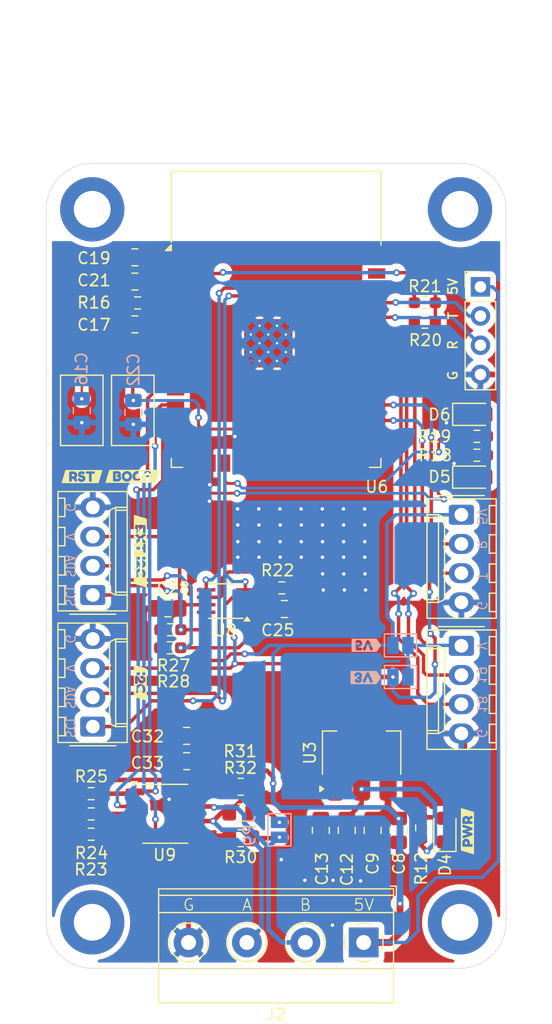
<source format=kicad_pcb>
(kicad_pcb (version 20240108) (generator "pcbnew") (generator_version "8.0")
  (layers (0 "F.Cu" signal) (31 "B.Cu" signal) (34 "B.Paste" user) (35 "F.Paste" user) (36 "B.SilkS" user "B.Silkscreen") (37 "F.SilkS" user "F.Silkscreen") (38 "B.Mask" user) (39 "F.Mask" user) (44 "Edge.Cuts" user))
  (net 0 "")
  (net 1 "GND")
  (net 2 "+5V")
  (net 3 "+3.3V")
  (net 4 "ESP_EN")
  (net 5 "ESP_I0")
  (net 6 "Net-(D4-A)")
  (net 7 "Net-(D5-A)")
  (net 8 "Net-(D6-A)")
  (net 9 "EXT_SDA")
  (net 10 "EXT_SCL")
  (net 11 "MASTER_MODBUS_A")
  (net 12 "MASTER_MODBUS_B")
  (net 13 "UART_2_RX")
  (net 14 "UART_2_TX")
  (net 15 "IO_18")
  (net 16 "IO_19")
  (net 17 "Net-(J6-Pin_1)")
  (net 18 "ESP32_SDA")
  (net 19 "ESP32_SCL")
  (net 20 "ESP_RX")
  (net 21 "ESP_TX")
  (net 22 "Net-(JP9-A)")
  (net 23 "Net-(U6-IO12)")
  (net 24 "Net-(U6-IO13)")
  (net 25 "Net-(U8-OE)")
  (net 26 "MODBUS_DI")
  (net 27 "MODBUS_EN")
  (net 28 "MODBUS_RO")
  (footprint "Package_TO_SOT_SMD:SOT-223-3_TabPin2" (layer "F.Cu") (at 27.44 51.275 90)
    (property "Reference" "U3")
    (property "Value" "AMS1117-3.3")
  )
  (footprint "kibuzzard-6780288E" (layer "F.Cu") (at 36.65 58.08 90)
    (property "Reference" "kibuzzard-6780288E" (hide yes))
    (property "Value" "G***" (hide yes))
  )
  (footprint "Capacitor_SMD:C_0805_2012Metric_Pad1.18x1.45mm_HandSolder" (layer "F.Cu") (at 26.147 58.0125 -90)
    (property "Reference" "C12")
    (property "Value" "10uF")
  )
  (footprint "Resistor_SMD:R_0603_1608Metric_Pad0.98x0.95mm_HandSolder" (layer "F.Cu") (at 3.9075 56.5775 180)
    (property "Reference" "R24")
    (property "Value" "1K")
  )
  (footprint "Resistor_SMD:R_0603_1608Metric_Pad0.98x0.95mm_HandSolder" (layer "F.Cu") (at 37.47 25.381666)
    (property "Reference" "R18")
    (property "Value" "1K")
  )
  (footprint "Connector_Molex:Molex_KK-254_AE-6410-04A_1x04_P2.54mm_Vertical" (layer "F.Cu") (at 4.05 37.54 90)
    (property "Reference" "J1" (hide yes))
    (property "Value" "SHT20")
  )
  (footprint "Resistor_SMD:R_0603_1608Metric_Pad0.98x0.95mm_HandSolder" (layer "F.Cu") (at 7.945 12.141666)
    (property "Reference" "R16")
    (property "Value" "1K")
  )
  (footprint "kibuzzard-67802A79" (layer "F.Cu") (at 8.186781 45.17 -90)
    (property "Reference" "kibuzzard-67802A79" (hide yes))
    (property "Value" "G***" (hide yes))
  )
  (footprint "Capacitor_SMD:C_0805_2012Metric_Pad1.18x1.45mm_HandSolder" (layer "F.Cu") (at 28.404 58.0125 -90)
    (property "Reference" "C9")
    (property "Value" "10uF")
  )
  (footprint "Resistor_SMD:R_0603_1608Metric_Pad0.98x0.95mm_HandSolder" (layer "F.Cu") (at 32.94 12.12)
    (property "Reference" "R21")
    (property "Value" "4.7K")
  )
  (footprint "Capacitor_SMD:C_0805_2012Metric_Pad1.18x1.45mm_HandSolder" (layer "F.Cu") (at 23.89 58.0125 -90)
    (property "Reference" "C13")
    (property "Value" "100nF")
  )
  (footprint "Capacitor_SMD:C_0805_2012Metric_Pad1.18x1.45mm_HandSolder" (layer "F.Cu") (at 10.5725 38.7)
    (property "Reference" "C28")
    (property "Value" "100nF")
  )
  (footprint "MountingHole:MountingHole_3.2mm_M3_DIN965_Pad_TopBottom" (layer "F.Cu") (at 36 66)
    (property "Reference" "REF**" (hide yes))
    (property "Value" "MountingHole_3.2mm_M3_DIN965_Pad_TopBottom" (hide yes))
  )
  (footprint "Connector_Molex:Molex_KK-254_AE-6410-04A_1x04_P2.54mm_Vertical" (layer "F.Cu") (at 4.05 48.98 90)
    (property "Reference" "J7" (hide yes))
    (property "Value" "SHT20")
  )
  (footprint "Package_SO:SOP-8_3.9x4.9mm_P1.27mm" (layer "F.Cu") (at 10.3575 56.565)
    (property "Reference" "U9")
    (property "Value" "MAX485E")
  )
  (footprint "Resistor_SMD:R_0603_1608Metric_Pad0.98x0.95mm_HandSolder" (layer "F.Cu") (at 10.7825 42.13 180)
    (property "Reference" "R28")
    (property "Value" "4.7K")
  )
  (footprint "RF_Module:ESP32-WROOM-32" (layer "F.Cu") (at 20 16.56)
    (property "Reference" "U6")
    (property "Value" "ESP32-WROOM-32")
  )
  (footprint "Resistor_SMD:R_0603_1608Metric_Pad0.98x0.95mm_HandSolder" (layer "F.Cu") (at 32.94 13.81)
    (property "Reference" "R20")
    (property "Value" "4.7K")
  )
  (footprint "Resistor_SMD:R_0805_2012Metric_Pad1.20x1.40mm_HandSolder" (layer "F.Cu") (at 16.92 56.4525)
    (property "Reference" "R32")
    (property "Value" "120")
  )
  (footprint "Resistor_SMD:R_0805_2012Metric_Pad1.20x1.40mm_HandSolder" (layer "F.Cu") (at 16.92 58.69 180)
    (property "Reference" "R30")
    (property "Value" "20K")
  )
  (footprint "Capacitor_SMD:C_0805_2012Metric_Pad1.18x1.45mm_HandSolder" (layer "F.Cu") (at 30.661 58.0125 -90)
    (property "Reference" "C8")
    (property "Value" "100nF")
  )
  (footprint "Package_SO:SSOP-8_2.95x2.8mm_P0.65mm" (layer "F.Cu") (at 15.62 38.065 180)
    (property "Reference" "U8")
    (property "Value" "TXS0102DCT")
  )
  (footprint "LED_SMD:LED_0805_2012Metric_Pad1.15x1.40mm_HandSolder" (layer "F.Cu") (at 34.69 57.9825 90)
    (property "Reference" "D4")
    (property "Value" "LED")
  )
  (footprint "Resistor_SMD:R_0805_2012Metric_Pad1.20x1.40mm_HandSolder" (layer "F.Cu") (at 16.92 54.215)
    (property "Reference" "R31")
    (property "Value" "20K")
  )
  (footprint "kibuzzard-67802794" (layer "F.Cu") (at 7.51 27.22)
    (property "Reference" "kibuzzard-67802794" (hide yes))
    (property "Value" "G***" (hide yes))
  )
  (footprint "Connector_PinHeader_2.54mm:PinHeader_1x04_P2.54mm_Vertical" (layer "F.Cu") (at 37.78 10.74)
    (property "Reference" "J8" (hide yes))
    (property "Value" "~")
  )
  (footprint "Capacitor_SMD:C_0805_2012Metric_Pad1.18x1.45mm_HandSolder" (layer "F.Cu") (at 12.21 49.79 180)
    (property "Reference" "C33")
    (property "Value" "100nF")
  )
  (footprint "Button_Switch_SMD:SW_SPST_CK_RS282G05A3" (layer "F.Cu") (at 3.09 21.48 90)
    (property "Reference" "SW2" (hide yes))
    (property "Value" "SW_Push")
  )
  (footprint "LED_SMD:LED_0805_2012Metric_Pad1.15x1.40mm_HandSolder" (layer "F.Cu") (at 37.225 21.83)
    (property "Reference" "D6")
    (property "Value" "LED")
  )
  (footprint "Capacitor_SMD:C_0805_2012Metric_Pad1.18x1.45mm_HandSolder" (layer "F.Cu") (at 7.715 10.283333 180)
    (property "Reference" "C21")
    (property "Value" "100nF")
  )
  (footprint "Button_Switch_SMD:SW_SPST_CK_RS282G05A3" (layer "F.Cu") (at 7.53 21.48 -90)
    (property "Reference" "SW3" (hide yes))
    (property "Value" "SW_Push")
  )
  (footprint "Resistor_SMD:R_0603_1608Metric_Pad0.98x0.95mm_HandSolder" (layer "F.Cu") (at 32.668 57.7825 90)
    (property "Reference" "R12")
    (property "Value" "1K")
  )
  (footprint "Resistor_SMD:R_0603_1608Metric_Pad0.98x0.95mm_HandSolder" (layer "F.Cu") (at 20.4925 36.92)
    (property "Reference" "R22")
    (property "Value" "10K")
  )
  (footprint "Resistor_SMD:R_0603_1608Metric_Pad0.98x0.95mm_HandSolder" (layer "F.Cu") (at 3.9075 58.34 180)
    (property "Reference" "R23")
    (property "Value" "1K")
  )
  (footprint "TerminalBlock_Phoenix:TerminalBlock_Phoenix_MKDS-1,5-4-5.08_1x04_P5.08mm_Horizontal" (layer "F.Cu") (at 27.62 67.755 180)
    (property "Reference" "J2")
    (property "Value" "Power")
  )
  (footprint "kibuzzard-6780279B" (layer "F.Cu") (at 3.11 27.24)
    (property "Reference" "kibuzzard-6780279B" (hide yes))
    (property "Value" "G***" (hide yes))
  )
  (footprint "LED_SMD:LED_0805_2012Metric_Pad1.15x1.40mm_HandSolder" (layer "F.Cu") (at 37.225 27.29)
    (property "Reference" "D5")
    (property "Value" "LED")
  )
  (footprint "MountingHole:MountingHole_3.2mm_M3_DIN965_Pad_TopBottom" (layer "F.Cu") (at 4 66)
    (property "Reference" "REF**" (hide yes))
    (property "Value" "MountingHole_3.2mm_M3_DIN965_Pad_TopBottom" (hide yes))
  )
  (footprint "MountingHole:MountingHole_3.2mm_M3_DIN965_Pad_TopBottom" (layer "F.Cu") (at 36 4)
    (property "Reference" "REF**" (hide yes))
    (property "Value" "MountingHole_3.2mm_M3_DIN965_Pad_TopBottom" (hide yes))
  )
  (footprint "Resistor_SMD:R_0603_1608Metric_Pad0.98x0.95mm_HandSolder" (layer "F.Cu") (at 37.47 23.738333)
    (property "Reference" "R19")
    (property "Value" "1K")
  )
  (footprint "Resistor_SMD:R_0603_1608Metric_Pad0.98x0.95mm_HandSolder" (layer "F.Cu") (at 3.9075 54.815 180)
    (property "Reference" "R25")
    (property "Value" "1K")
  )
  (footprint "MountingHole:MountingHole_3.2mm_M3_DIN965_Pad_TopBottom" (layer "F.Cu") (at 4 4)
    (property "Reference" "REF**" (hide yes))
    (property "Value" "MountingHole_3.2mm_M3_DIN965_Pad_TopBottom" (hide yes))
  )
  (footprint "Capacitor_SMD:C_0805_2012Metric_Pad1.18x1.45mm_HandSolder" (layer "F.Cu") (at 7.715 14)
    (property "Reference" "C17")
    (property "Value" "100nF")
  )
  (footprint "Connector_Molex:Molex_KK-254_AE-6410-04A_1x04_P2.54mm_Vertical" (layer "F.Cu") (at 36.12 30.56 -90)
    (property "Reference" "J4" (hide yes))
    (property "Value" "~")
  )
  (footprint "kibuzzard-67802AA5" (layer "F.Cu") (at 8.19 33.73 -90)
    (property "Reference" "kibuzzard-67802AA5" (hide yes))
    (property "Value" "G***" (hide yes))
  )
  (footprint "Capacitor_SMD:C_0805_2012Metric_Pad1.18x1.45mm_HandSolder" (layer "F.Cu") (at 7.715 8.175 180)
    (property "Reference" "C19")
    (property "Value" "10uF")
  )
  (footprint "Capacitor_SMD:C_0805_2012Metric_Pad1.18x1.45mm_HandSolder" (layer "F.Cu") (at 12.22 51.99)
    (property "Reference" "C32")
    (property "Value" "10uF")
  )
  (footprint "Capacitor_SMD:C_0805_2012Metric_Pad1.18x1.45mm_HandSolder" (layer "F.Cu") (at 20.72 38.76 180)
    (property "Reference" "C25")
    (property "Value" "100nF")
  )
  (footprint "Resistor_SMD:R_0603_1608Metric_Pad0.98x0.95mm_HandSolder" (layer "F.Cu") (at 10.8025 40.56 180)
    (property "Reference" "R27")
    (property "Value" "4.7K")
  )
  (footprint "Connector_Molex:Molex_KK-254_AE-6410-04A_1x04_P2.54mm_Vertical" (layer "F.Cu") (at 36.12 41.96 -90)
    (property "Reference" "J6" (hide yes))
    (property "Value" "Power")
  )
  (footprint "Capacitor_SMD:C_0805_2012Metric_Pad1.18x1.45mm_HandSolder" (layer "B.Cu") (at 7.58 21.6575 -90)
    (property "Reference" "C22")
    (property "Value" "100nF")
  )
  (footprint "Jumper:SolderJumper-2_P1.3mm_Open_Pad1.0x1.5mm" (layer "B.Cu") (at 30.82 44.67 180)
    (property "Reference" "JP6" (hide yes))
    (property "Value" "SolderJumper_2_Open")
  )
  (footprint "Capacitor_SMD:C_0805_2012Metric_Pad1.18x1.45mm_HandSolder" (layer "B.Cu") (at 3.09 21.51 90)
    (property "Reference" "C16")
    (property "Value" "100nF")
  )
  (footprint "Jumper:SolderJumper-2_P1.3mm_Open_Pad1.0x1.5mm" (layer "B.Cu") (at 30.82 41.92 180)
    (property "Reference" "JP5" (hide yes))
    (property "Value" "SolderJumper_2_Open")
  )
  (footprint "kibuzzard-67802807" (layer "B.Cu") (at 27.8 44.72)
    (property "Reference" "kibuzzard-67802807" (hide yes))
    (property "Value" "G***" (hide yes))
  )
  (footprint "kibuzzard-678027F6" (layer "B.Cu") (at 27.85 41.91)
    (property "Reference" "kibuzzard-678027F6" (hide yes))
    (property "Value" "G***" (hide yes))
  )
  (footprint "Jumper:SolderJumper-2_P1.3mm_Open_Pad1.0x1.5mm" (layer "B.Cu") (at 20.29 57.96 -90)
    (property "Reference" "JP9")
    (property "Value" "SolderJumper_2_Open")
  )
  (gr_line (start 4 70) (end 36 70) (stroke (width 0.05)) (layer "Edge.Cuts"))
  (gr_arc (start 40 66) (mid 38.828427 68.828427) (end 36 70) (stroke (width 0.05)) (layer "Edge.Cuts"))
  (gr_arc (start 0 4) (mid 1.171573 1.171573) (end 4 0) (stroke (width 0.05)) (layer "Edge.Cuts"))
  (gr_line (start 36 0) (end 4 0) (stroke (width 0.05)) (layer "Edge.Cuts"))
  (gr_line (start 0 4) (end 0 66) (stroke (width 0.05)) (layer "Edge.Cuts"))
  (gr_arc (start 36 0) (mid 38.828427 1.171573) (end 40 4) (stroke (width 0.05)) (layer "Edge.Cuts"))
  (gr_line (start 40 66) (end 40 4) (stroke (width 0.05)) (layer "Edge.Cuts"))
  (gr_arc (start 4 70) (mid 1.171573 68.828427) (end 0 66) (stroke (width 0.05)) (layer "Edge.Cuts"))
  (gr_text "R" (at 37.41 33.640952 -90) (layer "B.SilkS") (effects (font (size 0.8 0.8) (thickness 0.1)) (justify left bottom mirror)))
  (gr_text "G" (at 37.44 50.05 -90) (layer "B.SilkS") (effects (font (size 0.8 0.8) (thickness 0.1)) (justify left bottom mirror)))
  (gr_text "SCL" (at 1.62 50.026667 270) (layer "B.SilkS") (effects (font (size 0.8 0.7) (thickness 0.1)) (justify left bottom mirror)))
  (gr_text "V" (at 1.59 32.88619 270) (layer "B.SilkS") (effects (font (size 0.8 0.8) (thickness 0.1)) (justify left bottom mirror)))
  (gr_text "SCL" (at 1.62 38.6 270) (layer "B.SilkS") (effects (font (size 0.8 0.7) (thickness 0.1)) (justify left bottom mirror)))
  (gr_text "G" (at 1.61 41.83 270) (layer "B.SilkS") (effects (font (size 0.8 0.8) (thickness 0.1)) (justify left bottom mirror)))
  (gr_text "G" (at 37.44 38.93619 -90) (layer "B.SilkS") (effects (font (size 0.8 0.8) (thickness 0.1)) (justify left bottom mirror)))
  (gr_text "19" (at 37.41 45.331905 270) (layer "B.SilkS") (effects (font (size 0.8 0.8) (thickness 0.1)) (justify left bottom mirror)))
  (gr_text "G" (at 1.61 30.403333 270) (layer "B.SilkS") (effects (font (size 0.8 0.8) (thickness 0.1)) (justify left bottom mirror)))
  (gr_text "SDA" (at 1.62 47.503334 270) (layer "B.SilkS") (effects (font (size 0.8 0.7) (thickness 0.1)) (justify left bottom mirror)))
  (gr_text "T" (at 37.44 36.27619 -90) (layer "B.SilkS") (effects (font (size 0.8 0.8) (thickness 0.1)) (justify left bottom mirror)))
  (gr_text "V" (at 1.59 44.312857 270) (layer "B.SilkS") (effects (font (size 0.8 0.8) (thickness 0.1)) (justify left bottom mirror)))
  (gr_text "18" (at 37.44 47.871905 270) (layer "B.SilkS") (effects (font (size 0.8 0.8) (thickness 0.1)) (justify left bottom mirror)))
  (gr_text "V" (at 37.43 42.372857 270) (layer "B.SilkS") (effects (font (size 0.8 0.8) (thickness 0.1)) (justify left bottom mirror)))
  (gr_text "SDA" (at 1.62 36.076667 270) (layer "B.SilkS") (effects (font (size 0.8 0.7) (thickness 0.1)) (justify left bottom mirror)))
  (gr_text "5V" (at 37.43 31.52 -90) (layer "B.SilkS") (effects (font (size 0.8 0.8) (thickness 0.1)) (justify left bottom mirror)))
  (gr_text "B" (at 21.99 65.07 0) (layer "F.SilkS") (effects (font (size 1 1) (thickness 0.1)) (justify left bottom)))
  (gr_text "A" (at 16.981429 65.07 0) (layer "F.SilkS") (effects (font (size 1 1) (thickness 0.1)) (justify left bottom)))
  (gr_text "G" (at 11.83 65.07 0) (layer "F.SilkS") (effects (font (size 1 1) (thickness 0.1)) (justify left bottom)))
  (gr_text "5V" (at 35.85 11.53381 90) (layer "F.SilkS") (effects (font (size 0.8 0.8) (thickness 0.15) (bold yes)) (justify left bottom)))
  (gr_text "R" (at 35.84 16.29 90) (layer "F.SilkS") (effects (font (size 0.8 0.8) (thickness 0.15) (bold yes)) (justify left bottom)))
  (gr_text "5V" (at 26.665238 65.07 0) (layer "F.SilkS") (effects (font (size 1 1) (thickness 0.1)) (justify left bottom)))
  (gr_text "G" (at 35.84 18.95 90) (layer "F.SilkS") (effects (font (size 0.8 0.8) (thickness 0.15) (bold yes)) (justify left bottom)))
  (gr_text "T" (at 35.87 13.654762 90) (layer "F.SilkS") (effects (font (size 0.8 0.8) (thickness 0.15) (bold yes)) (justify left bottom)))
  (segment (start 2.93 52.63) (end 9.8 52.63) (width 0.3) (layer "F.Cu") (net 1))
  (segment (start 34.69 59.0075) (end 34.69 59.64) (width 0.4) (layer "F.Cu") (net 1))
  (segment (start 14.22 27.95) (end 14.22 26.14) (width 0.3) (layer "F.Cu") (net 1))
  (segment (start 34.82 22.08) (end 35.07 21.83) (width 0.25) (layer "F.Cu") (net 1))
  (segment (start 18.61 39.81) (end 18.93 40.13) (width 0.3) (layer "F.Cu") (net 1))
  (segment (start 5.79 13.74) (end 6.05 14) (width 0.2) (layer "F.Cu") (net 1))
  (segment (start 9.8 52.35) (end 10.25 51.9) (width 0.4) (layer "F.Cu") (net 1))
  (segment (start 34.69 59.0075) (end 35.9425 59.0075) (width 0.4) (layer "F.Cu") (net 1))
  (segment (start 12.38 65.5) (end 15.92 61.96) (width 0.4) (layer "F.Cu") (net 1))
  (segment (start 4.05 41.36) (end 2.64 41.36) (width 0.3) (layer "F.Cu") (net 1))
  (segment (start 12.157501 58.47) (end 12.9825 58.47) (width 0.4) (layer "F.Cu") (net 1))
  (segment (start 18.42 38.39) (end 18.61 38.58) (width 0.3) (layer "F.Cu") (net 1))
  (segment (start 6.05 14) (end 6.6775 14) (width 0.2) (layer "F.Cu") (net 1))
  (segment (start 25.14 54.425) (end 22.945 54.425) (width 0.4) (layer "F.Cu") (net 1))
  (segment (start 6.6775 8.175) (end 6.6775 7.4725) (width 0.2) (layer "F.Cu") (net 1))
  (segment (start 5.79 10.54) (end 5.79 13.74) (width 0.2) (layer "F.Cu") (net 1))
  (segment (start 7.1 7.05) (end 10.74 7.05) (width 0.2) (layer "F.Cu") (net 1))
  (segment (start 2.62 29.92) (end 1.96 30.58) (width 0.3) (layer "F.Cu") (net 1))
  (segment (start 35.32 9.13) (end 35.32 17.74) (width 0.25) (layer "F.Cu") (net 1))
  (segment (start 7.53 25.38) (end 7.53 22.745) (width 0.3) (layer "F.Cu") (net 1))
  (segment (start 10.69 57.002499) (end 12.157501 58.47) (width 0.4) (layer "F.Cu") (net 1))
  (segment (start 11.1725 49.79) (end 11.1725 51.98) (width 0.4) (layer "F.Cu") (net 1))
  (segment (start 23.54 38.18) (end 22.96 38.76) (width 0.3) (layer "F.Cu") (net 1))
  (segment (start 18.61 38.58) (end 18.61 39.81) (width 0.3) (layer "F.Cu") (net 1))
  (segment (start 17.32 38.39) (end 18.42 38.39) (width 0.3) (layer "F.Cu") (net 1))
  (segment (start 15.61 23.75) (end 16.41 23.75) (width 0.25) (layer "F.Cu") (net 1))
  (segment (start 35.94 18.36) (end 37.78 18.36) (width 0.25) (layer "F.Cu") (net 1))
  (segment (start 1.96 40.65) (end 2.67 41.36) (width 0.3) (layer "F.Cu") (net 1))
  (segment (start 3.09 22.5475) (end 3.09 21.79) (width 0.3) (layer "F.Cu") (net 1))
  (segment (start 15.92 61.96) (end 15.92 58.69) (width 0.4) (layer "F.Cu") (net 1))
  (segment (start 8.61 39) (end 8.61 41) (width 0.3) (layer "F.Cu") (net 1))
  (segment (start 23.89 59.05) (end 20.98 61.96) (width 0.4) (layer "F.Cu") (net 1))
  (segment (start 11.1725 51.98) (end 11.1825 51.99) (width 0.4) (layer "F.Cu") (net 1))
  (segment (start 8.25 41.36) (end 4.05 41.36) (width 0.3) (layer "F.Cu") (net 1))
  (segment (start 2.35 25.38) (end 3.09 25.38) (width 0.3) (layer "F.Cu") (net 1))
  (segment (start 9.535 38.7) (end 8.91 38.7) (width 0.3) (layer "F.Cu") (net 1))
  (segment (start 9.8 52.63) (end 9.8 52.35) (width 0.4) (layer "F.Cu") (net 1))
  (segment (start 36.42 58.53) (end 36.42 49.88) (width 0.4) (layer "F.Cu") (net 1))
  (segment (start 37.46 38.18) (end 36.12 38.18) (width 0.4) (layer "F.Cu") (net 1))
  (segment (start 10.69 55.31) (end 10.69 57.002499) (width 0.4) (layer "F.Cu") (net 1))
  (segment (start 35.32 17.74) (end 35.94 18.36) (width 0.25) (layer "F.Cu") (net 1))
  (segment (start 22.945 54.425) (end 22.31 55.06) (width 0.4) (layer "F.Cu") (net 1))
  (segment (start 20.98 61.96) (end 15.92 61.96) (width 0.4) (layer "F.Cu") (net 1))
  (segment (start 2.47 15.24) (end 6.25 15.24) (width 0.3) (layer "F.Cu") (net 1))
  (segment (start 33.68 60.65) (end 31.62 60.65) (width 0.4) (layer "F.Cu") (net 1))
  (segment (start 1.96 42.04) (end 1.96 51.66) (width 0.3) (layer "F.Cu") (net 1))
  (segment (start 28.75 8.31) (end 34.5 8.31) (width 0.25) (layer "F.Cu") (net 1))
  (segment (start 1.96 25.77) (end 2.35 25.38) (width 0.3) (layer "F.Cu") (net 1))
  (segment (start 36.12 38.18) (end 23.54 38.18) (width 0.3) (layer "F.Cu") (net 1))
  (segment (start 14.29 26.07) (end 14.29 25.07) (width 0.25) (layer "F.Cu") (net 1))
  (segment (start 2.64 41.36) (end 1.96 42.04) (width 0.3) (layer "F.Cu") (net 1))
  (segment (start 22.31 55.06) (end 22.31 58.53) (width 0.4) (layer "F.Cu") (net 1))
  (segment (start 7.53 22.745) (end 7.58 22.695) (width 0.3) (layer "F.Cu") (net 1))
  (segment (start 6.25 15.24) (end 6.6775 14.8125) (width 0.3) (layer "F.Cu") (net 1))
  (segment (start 34.69 59.64) (end 33.68 60.65) (width 0.4) (layer "F.Cu") (net 1))
  (segment (start 34.5 8.31) (end 35.32 9.13) (width 0.25) (layer "F.Cu") (net 1))
  (segment (start 35.49 26.97) (end 35.49 26.1) (width 0.25) (layer "F.Cu") (net 1))
  (segment (start 11.0925 51.9) (end 11.1825 51.99) (width 0.4) (layer "F.Cu") (net 1))
  (segment (start 1.96 30.58) (end 1.96 40.65) (width 0.3) (layer "F.Cu") (net 1))
  (segment (start 37.78 19.4) (end 36.2 20.98) (width 0.25) (layer "F.Cu") (net 1))
  (segment (start 12.38 67.755) (end 12.38 65.5) (width 0.4) (layer "F.Cu") (net 1))
  (segment (start 22.83 59.05) (end 23.89 59.05) (width 0.4) (layer "F.Cu") (net 1))
  (segment (start 31.62 60.65) (end 30.661 59.691) (width 0.4) (layer "F.Cu") (net 1))
  (segment (start 38.02 49.02) (end 38.02 38.74) (width 0.4) (layer "F.Cu") (net 1))
  (segment (start 35.9425 59.0075) (end 36.42 58.53) (width 0.4) (layer "F.Cu") (net 1))
  (segment (start 6.6775 7.4725) (end 7.1 7.05) (width 0.2) (layer "F.Cu") (net 1))
  (segment (start 37.46 49.58) (end 38.02 49.02) (width 0.4) (layer "F.Cu") (net 1))
  (segment (start 10.25 51.9) (end 11.0925 51.9) (width 0.4) (layer "F.Cu") (net 1))
  (segment (start 34.82 22.56) (end 34.82 22.08) (width 0.25) (layer "F.Cu") (net 1))
  (segment (start 2.67 41.36) (end 4.05 41.36) (width 0.3) (layer "F.Cu") (net 1))
  (segment (start 15.92 58.69) (end 15.7 58.47) (width 0.4) (layer "F.Cu") (net 1))
  (segment (start 36.2 27.29) (end 35.81 27.29) (width 0.25) (layer "F.Cu") (net 1))
  (segment (start 3.09 25.38) (end 3.09 22.5475) (width 0.3) (layer "F.Cu") (net 1))
  (segment (start 6.6775 14.8125) (end 6.6775 14) (width 0.3) (layer "F.Cu") (net 1))
  (segment (start 8.61 41) (end 8.25 41.36) (width 0.3) (layer "F.Cu") (net 1))
  (segment (start 30.661 59.691) (end 30.661 59.05) (width 0.4) (layer "F.Cu") (net 1))
  (segment (start 18.93 40.13) (end 21.46 40.13) (width 0.3) (layer "F.Cu") (net 1))
  (segment (start 22.96 38.76) (end 21.7575 38.76) (width 0.3) (layer "F.Cu") (net 1))
  (segment (start 15.7 58.47) (end 12.9825 58.47) (width 0.4) (layer "F.Cu") (net 1))
  (segment (start 3.09 21.79) (end 1.75 20.45) (width 0.3) (layer "F.Cu") (net 1))
  (segment (start 1.96 51.66) (end 2.93 52.63) (width 0.3) (layer "F.Cu") (net 1))
  (segment (start 35.81 27.29) (end 35.49 26.97) (width 0.25) (layer "F.Cu") (net 1))
  (segment (start 36.42 49.88) (end 36.12 49.58) (width 0.4) (layer "F.Cu") (net 1))
  (segment (start 8.91 38.7) (end 8.61 39) (width 0.3) (layer "F.Cu") (net 1))
  (segment (start 1.75 15.96) (end 2.47 15.24) (width 0.3) (layer "F.Cu") (net 1))
  (segment (start 6.046667 10.283333) (end 5.79 10.54) (width 0.2) (layer "F.Cu") (net 1))
  (segment (start 22.31 58.53) (end 22.83 59.05) (width 0.4) (layer "F.Cu") (net 1))
  (segment (start 11.25 7.56) (end 11.25 8.31) (width 0.2) (layer "F.Cu") (net 1))
  (segment (start 10.74 7.05) (end 11.25 7.56) (width 0.2) (layer "F.Cu") (net 1))
  (segment (start 35.07 21.83) (end 36.2 21.83) (width 0.25) (layer "F.Cu") (net 1))
  (segment (start 37.78 18.36) (end 37.78 19.4) (width 0.25) (layer "F.Cu") (net 1))
  (segment (start 36.12 49.58) (end 37.46 49.58) (width 0.4) (layer "F.Cu") (net 1))
  (segment (start 21.7575 39.8325) (end 21.7575 38.76) (width 0.3) (layer "F.Cu") (net 1))
  (segment (start 14.22 26.14) (end 14.29 26.07) (width 0.3) (layer "F.Cu") (net 1))
  (segment (start 13.65 29.92) (end 14.19 29.38) (width 0.3) (layer "F.Cu") (net 1))
  (segment (start 14.29 25.07) (end 15.61 23.75) (width 0.25) (layer "F.Cu") (net 1))
  (segment (start 21.46 40.13) (end 21.7575 39.8325) (width 0.3) (layer "F.Cu") (net 1))
  (segment (start 4.05 29.92) (end 13.65 29.92) (width 0.3) (layer "F.Cu") (net 1))
  (segment (start 3.09 25.38) (end 7.53 25.38) (width 0.3) (layer "F.Cu") (net 1))
  (segment (start 1.75 20.45) (end 1.75 15.96) (width 0.3) (layer "F.Cu") (net 1))
  (segment (start 36.2 20.98) (end 36.2 21.83) (width 0.25) (layer "F.Cu") (net 1))
  (segment (start 6.6775 10.283333) (end 6.046667 10.283333) (width 0.2) (layer "F.Cu") (net 1))
  (segment (start 6.6775 8.175) (end 6.6775 10.283333) (width 0.2) (layer "F.Cu") (net 1))
  (segment (start 11.25 8.31) (end 28.75 8.31) (width 0.2) (layer "F.Cu") (net 1))
  (segment (start 4.05 29.92) (end 2.62 29.92) (width 0.3) (layer "F.Cu") (net 1))
  (segment (start 38.02 38.74) (end 37.46 38.18) (width 0.4) (layer "F.Cu") (net 1))
  (segment (start 1.96 30.58) (end 1.96 25.77) (width 0.3) (layer "F.Cu") (net 1))
  (segment (start 23.89 59.05) (end 30.661 59.05) (width 0.4) (layer "F.Cu") (net 1))
  (via (at 16.666668 31.45) (size 0.6) (drill 0.3) (layers "F.Cu" "B.Cu") (net 1))
  (via (at 18.508334 34.25) (size 0.6) (drill 0.3) (layers "F.Cu" "B.Cu") (net 1))
  (via (at 25.874998 34.25) (size 0.6) (drill 0.3) (layers "F.Cu" "B.Cu") (net 1))
  (via (at 7.58 22.695) (size 0.6) (drill 0.3) (layers "F.Cu" "B.Cu") (net 1))
  (via (at 24.95 62.35) (size 0.6) (drill 0.3) (layers "F.Cu" "B.Cu") (net 1))
  (via (at 20.45 60.55) (size 0.6) (drill 0.3) (layers "F.Cu" "B.Cu") (net 1))
  (via (at 27.716668 32.9) (size 0.6) (drill 0.3) (layers "F.Cu" "B.Cu") (net 1))
  (via (at 35.49 26.1) (size 0.6) (drill 0.3) (layers "F.Cu" "B.Cu") (net 1))
  (via (at 22.5 62.35) (size 0.6) (drill 0.3) (layers "F.Cu" "B.Cu") (net 1))
  (via (at 16.666668 32.9) (size 0.6) (drill 0.3) (layers "F.Cu" "B.Cu") (net 1))
  (via (at 20.333332 30.05) (size 0.6) (drill 0.3) (layers "F.Cu" "B.Cu") (net 1))
  (via (at 18.508334 31.45) (size 0.6) (drill 0.3) (layers "F.Cu" "B.Cu") (net 1))
  (via (at 27.35 62.4) (size 0.6) (drill 0.3) (layers "F.Cu" "B.Cu") (net 1))
  (via (at 25.85833 30.05) (size 0.6) (drill 0.3) (layers "F.Cu" "B.Cu") (net 1))
  (via (at 18.508334 32.9) (size 0.6) (drill 0.3) (layers "F.Cu" "B.Cu") (net 1))
  (via (at 16.41 23.75) (size 0.6) (drill 0.3) (layers "F.Cu" "B.Cu") (net 1))
  (via (at 22.191666 31.45) (size 0.6) (drill 0.3) (layers "F.Cu" "B.Cu") (net 1))
  (via (at 22.174998 30.05) (size 0.6) (drill 0.3) (layers "F.Cu" "B.Cu") (net 1))
  (via (at 14.19 29.38) (size 0.6) (drill 0.3) (layers "F.Cu" "B.Cu") (net 1))
  (via (at 25.874998 32.9) (size 0.6) (drill 0.3) (layers "F.Cu" "B.Cu") (net 1))
  (via (at 10.69 55.31) (size 0.6) (drill 0.3) (layers "F.Cu" "B.Cu") (net 1))
  (via (at 27.7 30.05) (size 0.6) (drill 0.3) (layers "F.Cu" "B.Cu") (net 1))
  (via (at 24.9 66.25) (size 0.6) (drill 0.3) (layers "F.Cu" "B.Cu") (net 1))
  (via (at 20.35 34.25) (size 0.6) (drill 0.3) (layers "F.Cu" "B.Cu") (net 1))
  (via (at 24.1 37.1) (size 0.6) (drill 0.3) (layers "F.Cu" "B.Cu") (net 1))
  (via (at 24.033332 34.25) (size 0.6) (drill 0.3) (layers "F.Cu" "B.Cu") (net 1))
  (via (at 20.35 32.9) (size 0.6) (drill 0.3) (layers "F.Cu" "B.Cu") (net 1))
  (via (at 24.016664 30.05) (size 0.6) (drill 0.3) (layers "F.Cu" "B.Cu") (net 1))
  (via (at 25.891666 35.7) (size 0.6) (drill 0.3) (layers "F.Cu" "B.Cu") (net 1))
  (via (at 24.033332 32.9) (size 0.6) (drill 0.3) (layers "F.Cu" "B.Cu") (net 1))
  (via (at 27.716668 31.45) (size 0.6) (drill 0.3) (layers "F.Cu" "B.Cu") (net 1))
  (via (at 27.783336 37.1) (size 0.6) (drill 0.3) (layers "F.Cu" "B.Cu") (net 1))
  (via (at 34.82 22.56) (size 0.6) (drill 0.3) (layers "F.Cu" "B.Cu") (net 1))
  (via (at 24.05 35.7) (size 0.6) (drill 0.3) (layers "F.Cu" "B.Cu") (net 1))
  (via (at 25.941666 37.1) (size 0.6) (drill 0.3) (layers "F.Cu" "B.Cu") (net 1))
  (via (at 22.191666 32.9) (size 0.6) (drill 0.3) (layers "F.Cu" "B.Cu") (net 1))
  (via (at 27.716668 34.25) (size 0.6) (drill 0.3) (layers "F.Cu" "B.Cu") (net 1))
  (via (at 25.874998 31.45) (size 0.6) (drill 0.3) (layers "F.Cu" "B.Cu") (net 1))
  (via (at 27.733336 35.7) (size 0.6) (drill 0.3) (layers "F.Cu" "B.Cu") (net 1))
  (via (at 3.09 22.5475) (size 0.6) (drill 0.3) (layers "F.Cu" "B.Cu") (net 1))
  (via (at 16.65 30.05) (size 0.6) (drill 0.3) (layers "F.Cu" "B.Cu") (net 1))
  (via (at 14.22 27.95) (size 0.6) (drill 0.3) (layers "F.Cu" "B.Cu") (net 1))
  (via (at 20.35 31.45) (size 0.6) (drill 0.3) (layers "F.Cu" "B.Cu") (net 1))
  (via (at 24.033332 31.45) (size 0.6) (drill 0.3) (layers "F.Cu" "B.Cu") (net 1))
  (via (at 9.8 52.63) (size 0.6) (drill 0.3) (layers "F.Cu" "B.Cu") (net 1))
  (via (at 18.491666 30.05) (size 0.6) (drill 0.3) (layers "F.Cu" "B.Cu") (net 1))
  (via (at 22.191666 34.25) (size 0.6) (drill 0.3) (layers "F.Cu" "B.Cu") (net 1))
  (via (at 16.666668 34.25) (size 0.6) (drill 0.3) (layers "F.Cu" "B.Cu") (net 1))
  (segment (start 10.69 55.31) (end 10.21 54.83) (width 0.4) (layer "B.Cu") (net 1))
  (segment (start 34.82 24.9) (end 35.49 25.57) (width 0.25) (layer "B.Cu") (net 1))
  (segment (start 16.41 23.75) (end 16.41 17.65) (width 0.25) (layer "B.Cu") (net 1))
  (segment (start 34.82 22.56) (end 34.82 24.9) (width 0.25) (layer "B.Cu") (net 1))
  (segment (start 10.21 53.04) (end 9.8 52.63) (width 0.4) (layer "B.Cu") (net 1))
  (segment (start 16.41 17.65) (end 16.885 17.175) (width 0.25) (layer "B.Cu") (net 1))
  (segment (start 14.19 27.98) (end 14.22 27.95) (width 0.3) (layer "B.Cu") (net 1))
  (segment (start 14.19 29.38) (end 14.19 27.98) (width 0.3) (layer "B.Cu") (net 1))
  (segment (start 35.49 25.57) (end 35.49 26.1) (width 0.25) (layer "B.Cu") (net 1))
  (segment (start 16.885 17.175) (end 18.5575 17.175) (width 0.25) (layer "B.Cu") (net 1))
  (segment (start 10.21 54.83) (end 10.21 53.04) (width 0.4) (layer "B.Cu") (net 1))
  (segment (start 30.78 66.91) (end 30.78 64.37) (width 0.6) (layer "F.Cu") (net 2))
  (segment (start 28.819 56.975) (end 29.74 56.054) (width 0.6) (layer "F.Cu") (net 2))
  (segment (start 11.61 33.2) (end 11.61 38.7) (width 0.3) (layer "F.Cu") (net 2))
  (segment (start 19.21 52.82) (end 19.74 53.35) (width 0.4) (layer "F.Cu") (net 2))
  (segment (start 13.2475 49.79) (end 13.2475 51.98) (width 0.4) (layer "F.Cu") (net 2))
  (segment (start 29.53 56.89) (end 29.82 56.6) (width 0.6) (layer "F.Cu") (net 2))
  (segment (start 10.87 32.46) (end 11.61 33.2) (width 0.3) (layer "F.Cu") (net 2))
  (segment (start 16.07 42.66) (end 17.27 42.66) (width 0.3) (layer "F.Cu") (net 2))
  (segment (start 9.89 40.56) (end 9.89 42.11) (width 0.3) (layer "F.Cu") (net 2))
  (segment (start 11.92 38.39) (end 11.61 38.7) (width 0.3) (layer "F.Cu") (net 2))
  (segment (start 29.74 56.054) (end 30.661 56.975) (width 0.6) (layer "F.Cu") (net 2))
  (segment (start 9.89 42.11) (end 9.87 42.13) (width 0.3) (layer "F.Cu") (net 2))
  (segment (start 11.61 38.84) (end 9.89 40.56) (width 0.3) (layer "F.Cu") (net 2))
  (segment (start 9.87 42.87) (end 10.23 43.23) (width 0.3) (layer "F.Cu") (net 2))
  (segment (start 13.4275 54.215) (end 12.9825 54.66) (width 0.4) (layer "F.Cu") (net 2))
  (segment (start 15.92 54.215) (end 13.4275 54.215) (width 0.4) (layer "F.Cu") (net 2))
  (segment (start 13.2575 54.385) (end 12.9825 54.66) (width 0.4) (layer "F.Cu") (net 2))
  (segment (start 9.87 42.13) (end 9.87 42.87) (width 0.3) (layer "F.Cu") (net 2))
  (segment (start 15.5 43.23) (end 16.07 42.66) (width 0.3) (layer "F.Cu") (net 2))
  (segment (start 15.92 53.39) (end 16.49 52.82) (width 0.4) (layer "F.Cu") (net 2))
  (segment (start 11.61 38.7) (end 11.61 38.84) (width 0.3) (layer "F.Cu") (net 2))
  (segment (start 3.49 53.62) (end 12.57 53.62) (width 0.4) (layer "F.Cu") (net 2))
  (segment (start 2.995 54.815) (end 2.995 54.115) (width 0.4) (layer "F.Cu") (net 2))
  (segment (start 29.53 56.975) (end 30.661 56.975) (width 0.6) (layer "F.Cu") (net 2))
  (segment (start 13.92 38.39) (end 11.92 38.39) (width 0.3) (layer "F.Cu") (net 2))
  (segment (start 12.57 53.62) (end 12.9825 54.0325) (width 0.4) (layer "F.Cu") (net 2))
  (segment (start 15.92 54.215) (end 15.92 53.39) (width 0.4) (layer "F.Cu") (net 2))
  (segment (start 28.404 56.975) (end 29.53 56.975) (width 0.6) (layer "F.Cu") (net 2))
  (segment (start 4.05 32.46) (end 10.87 32.46) (width 0.3) (layer "F.Cu") (net 2))
  (segment (start 29.74 54.425) (end 29.74 56.054) (width 0.6) (layer "F.Cu") (net 2))
  (segment (start 16.49 52.82) (end 19.21 52.82) (width 0.4) (layer "F.Cu") (net 2))
  (segment (start 12.9825 54.0325) (end 12.9825 54.66) (width 0.4) (layer "F.Cu") (net 2))
  (segment (start 2.995 54.115) (end 3.49 53.62) (width 0.4) (layer "F.Cu") (net 2))
  (segment (start 28.404 56.975) (end 28.819 56.975) (width 0.6) (layer "F.Cu") (net 2))
  (segment (start 29.935 67.755) (end 30.78 66.91) (width 0.6) (layer "F.Cu") (net 2))
  (segment (start 2.995 54.815) (end 2.995 58.34) (width 0.4) (layer "F.Cu") (net 2))
  (segment (start 10.23 43.23) (end 15.5 43.23) (width 0.3) (layer "F.Cu") (net 2))
  (segment (start 13.2575 51.99) (end 13.2575 54.385) (width 0.4) (layer "F.Cu") (net 2))
  (segment (start 27.62 67.755) (end 29.935 67.755) (width 0.6) (layer "F.Cu") (net 2))
  (segment (start 29.53 56.975) (end 29.53 56.89) (width 0.6) (layer "F.Cu") (net 2))
  (segment (start 13.2475 51.98) (end 13.2575 51.99) (width 0.4) (layer "F.Cu") (net 2))
  (segment (start 19.74 53.35) (end 19.74 53.93) (width 0.4) (layer "F.Cu") (net 2))
  (via (at 30.78 64.37) (size 0.6) (drill 0.3) (layers "F.Cu" "B.Cu") (net 2))
  (via (at 19.74 53.93) (size 0.6) (drill 0.3) (layers "F.Cu" "B.Cu") (net 2))
  (via (at 17.27 42.66) (size 0.6) (drill 0.3) (layers "F.Cu" "B.Cu") (net 2))
  (via (at 30.661 56.975) (size 0.6) (drill 0.3) (layers "F.Cu" "B.Cu") (net 2))
  (segment (start 30.17 39.98) (end 29.64 39.45) (width 0.3) (layer "B.Cu") (net 2))
  (segment (start 30.17 41.92) (end 30.17 39.98) (width 0.3) (layer "B.Cu") (net 2))
  (segment (start 32.35 66.75) (end 31.345 67.755) (width 0.3) (layer "B.Cu") (net 2))
  (segment (start 31.345 67.755) (end 27.62 67.755) (width 0.3) (layer "B.Cu") (net 2))
  (segment (start 19.74 55.45) (end 20.3 56.01) (width 0.4) (layer "B.Cu") (net 2))
  (segment (start 21.13 41.92) (end 20.49 41.92) (width 0.3) (layer "B.Cu") (net 2))
  (segment (start 19.74 53.93) (end 19.74 55.45) (width 0.4) (layer "B.Cu") (net 2))
  (segment (start 29.696 56.01) (end 30.661 56.975) (width 0.4) (layer "B.Cu") (net 2))
  (segment (start 19.74 42.67) (end 19.74 53.93) (width 0.3) (layer "B.Cu") (net 2))
  (segment (start 37.78 10.74) (end 38.84 10.74) (width 0.3) (layer "B.Cu") (net 2))
  (segment (start 37.93 62.1) (end 33.96 62.1) (width 0.3) (layer "B.Cu") (net 2))
  (segment (start 19.32 41.92) (end 21.13 41.92) (width 0.3) (layer "B.Cu") (net 2))
  (segment (start 20.3 56.01) (end 29.696 56.01) (width 0.4) (layer "B.Cu") (net 2))
  (segment (start 30.17 41.92) (end 21.13 41.92) (width 0.3) (layer "B.Cu") (net 2))
  (segment (start 30.78 64.37) (end 30.78 57.094) (width 0.6) (layer "B.Cu") (net 2))
  (segment (start 18.58 42.66) (end 19.32 41.92) (width 0.3) (layer "B.Cu") (net 2))
  (segment (start 29.64 31.32) (end 30.4 30.56) (width 0.3) (layer "B.Cu") (net 2))
  (segment (start 38.84 10.74) (end 39.35 11.25) (width 0.3) (layer "B.Cu") (net 2))
  (segment (start 20.49 41.92) (end 19.74 42.67) (width 0.3) (layer "B.Cu") (net 2))
  (segment (start 29.64 39.45) (end 29.64 31.32) (width 0.3) (layer "B.Cu") (net 2))
  (segment (start 32.35 63.71) (end 32.35 66.75) (width 0.3) (layer "B.Cu") (net 2))
  (segment (start 30.4 30.56) (end 36.12 30.56) (width 0.3) (layer "B.Cu") (net 2))
  (segment (start 39.35 11.25) (end 39.35 60.68) (width 0.3) (layer "B.Cu") (net 2))
  (segment (start 33.96 62.1) (end 32.35 63.71) (width 0.3) (layer "B.Cu") (net 2))
  (segment (start 17.27 42.66) (end 18.58 42.66) (width 0.3) (layer "B.Cu") (net 2))
  (segment (start 30.78 57.094) (end 30.661 56.975) (width 0.6) (layer "B.Cu") (net 2))
  (segment (start 39.35 60.68) (end 37.93 62.1) (width 0.3) (layer "B.Cu") (net 2))
  (segment (start 27.44 54.425) (end 27.44 55.682) (width 0.4) (layer "F.Cu") (net 3))
  (segment (start 7.0325 12.141666) (end 7.0325 12.003333) (width 0.2) (layer "F.Cu") (net 3))
  (segment (start 27.44 45.5) (end 28.27 44.67) (width 0.4) (layer "F.Cu") (net 3))
  (segment (start 33.8525 9.9325) (end 33.43 9.51) (width 0.3) (layer "F.Cu") (net 3))
  (segment (start 33.35 36.197106) (end 33.35 37.28) (width 0.3) (layer "F.Cu") (net 3))
  (segment (start 7.0325 12.003333) (end 8.7525 10.283333) (width 0.2) (layer "F.Cu") (net 3))
  (segment (start 18.6625 37.74) (end 17.32 37.74) (width 0.3) (layer "F.Cu") (net 3))
  (segment (start 15.53 38.43) (end 15.53 40.42) (width 0.3) (layer "F.Cu") (net 3))
  (segment (start 21.405 36.92) (end 21.405 37.0375) (width 0.3) (layer "F.Cu") (net 3))
  (segment (start 9.455833 9.58) (end 8.7525 10.283333) (width 0.2) (layer "F.Cu") (net 3))
  (segment (start 27.44 48.125) (end 27.44 54.425) (width 0.4) (layer "F.Cu") (net 3))
  (segment (start 17.32 37.74) (end 16.22 37.74) (width 0.3) (layer "F.Cu") (net 3))
  (segment (start 11.25 9.58) (end 9.455833 9.58) (width 0.2) (layer "F.Cu") (net 3))
  (segment (start 28.27 44.67) (end 30.17 44.67) (width 0.4) (layer "F.Cu") (net 3))
  (segment (start 27.44 55.682) (end 26.147 56.975) (width 0.4) (layer "F.Cu") (net 3))
  (segment (start 15.53 40.42) (end 16.35 41.24) (width 0.3) (layer "F.Cu") (net 3))
  (segment (start 21.405 37.0375) (end 19.6825 38.76) (width 0.3) (layer "F.Cu") (net 3))
  (segment (start 27.44 48.125) (end 27.44 45.5) (width 0.4) (layer "F.Cu") (net 3))
  (segment (start 16.41 43.51) (end 27.11 43.51) (width 0.3) (layer "F.Cu") (net 3))
  (segment (start 16.02 43.9) (end 4.05 43.9) (width 0.3) (layer "F.Cu") (net 3))
  (segment (start 26.147 56.975) (end 23.89 56.975) (width 0.4) (layer "F.Cu") (net 3))
  (segment (start 32.668 58.695) (end 32.668 59.348) (width 0.4) (layer "F.Cu") (net 3))
  (segment (start 11.25 9.58) (end 10.1575 9.58) (width 0.2) (layer "F.Cu") (net 3))
  (segment (start 33.8525 16.9275) (end 33.51 17.27) (width 0.3) (layer "F.Cu") (net 3))
  (segment (start 33.8525 12.12) (end 33.8525 9.9325) (width 0.3) (layer "F.Cu") (net 3))
  (segment (start 32.668 59.348) (end 33.13 59.81) (width 0.4) (layer "F.Cu") (net 3))
  (segment (start 33.43 9.51) (end 30.48 9.51) (width 0.3) (layer "F.Cu") (net 3))
  (segment (start 27.11 43.51) (end 28.27 44.67) (width 0.3) (layer "F.Cu") (net 3))
  (segment (start 33.51 17.27) (end 32.45 17.27) (width 0.3) (layer "F.Cu") (net 3))
  (segment (start 15.28 9.58) (end 11.25 9.58) (width 0.3) (layer "F.Cu") (net 3))
  (segment (start 19.6825 38.76) (end 18.6625 37.74) (width 0.3) (layer "F.Cu") (net 3))
  (segment (start 33.43 40.9) (end 33.83 41.3) (width 0.3) (layer "F.Cu") (net 3))
  (segment (start 16.22 37.74) (end 15.53 38.43) (width 0.3) (layer "F.Cu") (net 3))
  (segment (start 32.45 17.27) (end 32.07 17.65) (width 0.3) (layer "F.Cu") (net 3))
  (segment (start 10.1575 9.58) (end 8.7525 8.175) (width 0.2) (layer "F.Cu") (net 3))
  (segment (start 33.8525 13.81) (end 33.8525 16.9275) (width 0.3) (layer "F.Cu") (net 3))
  (segment (start 33.83 41.3) (end 33.83 43.57) (width 0.3) (layer "F.Cu") (net 3))
  (segment (start 32.07 17.65) (end 32.07 34.917106) (width 0.3) (layer "F.Cu") (net 3))
  (segment (start 33.8525 12.12) (end 33.8525 13.81) (width 0.3) (layer "F.Cu") (net 3))
  (segment (start 15.38 9.48) (end 15.28 9.58) (width 0.3) (layer "F.Cu") (net 3))
  (segment (start 16.41 43.51) (end 16.02 43.9) (width 0.3) (layer "F.Cu") (net 3))
  (segment (start 32.07 34.917106) (end 33.35 36.197106) (width 0.3) (layer "F.Cu") (net 3))
  (via (at 33.83 43.57) (size 0.6) (drill 0.3) (layers "F.Cu" "B.Cu") (net 3))
  (via (at 15.38 9.48) (size 0.6) (drill 0.3) (layers "F.Cu" "B.Cu") (net 3))
  (via (at 30.48 9.51) (size 0.6) (drill 0.3) (layers "F.Cu" "B.Cu") (net 3))
  (via (at 16.35 41.24) (size 0.6) (drill 0.3) (layers "F.Cu" "B.Cu") (net 3))
  (via (at 33.13 59.81) (size 0.6) (drill 0.3) (layers "F.Cu" "B.Cu") (net 3))
  (via (at 33.43 40.9) (size 0.6) (drill 0.3) (layers "F.Cu" "B.Cu") (net 3))
  (via (at 16.41 43.51) (size 0.6) (drill 0.3) (layers "F.Cu" "B.Cu") (net 3))
  (via (at 27.44 54.425) (size 0.6) (drill 0.3) (layers "F.Cu" "B.Cu") (net 3))
  (via (at 33.35 37.28) (size 0.6) (drill 0.3) (layers "F.Cu" "B.Cu") (net 3))
  (via (at 30.17 44.67) (size 0.6) (drill 0.3) (layers "F.Cu" "B.Cu") (net 3))
  (segment (start 33.83 46) (end 33.39 46.44) (width 0.3) (layer "B.Cu") (net 3))
  (segment (start 30.17 45.9) (end 30.17 44.67) (width 0.3) (layer "B.Cu") (net 3))
  (segment (start 16.41 41.3) (end 16.35 41.24) (width 0.3) (layer "B.Cu") (net 3))
  (segment (start 30.71 46.44) (end 30.17 45.9) (width 0.3) (layer "B.Cu") (net 3))
  (segment (start 33.82 59.12) (end 33.82 55.67) (width 0.4) (layer "B.Cu") (net 3))
  (segment (start 30.48 9.51) (end 15.41 9.51) (width 0.3) (layer "B.Cu") (net 3))
  (segment (start 33.82 55.67) (end 32.575 54.425) (width 0.4) (layer "B.Cu") (net 3))
  (segment (start 15.41 9.51) (end 15.38 9.48) (width 0.3) (layer "B.Cu") (net 3))
  (segment (start 33.13 59.81) (end 33.82 59.12) (width 0.4) (layer "B.Cu") (net 3))
  (segment (start 32.575 54.425) (end 27.44 54.425) (width 0.4) (layer "B.Cu") (net 3))
  (segment (start 33.35 40.82) (end 33.43 40.9) (width 0.3) (layer "B.Cu") (net 3))
  (segment (start 33.35 37.28) (end 33.35 40.82) (width 0.3) (layer "B.Cu") (net 3))
  (segment (start 33.83 43.57) (end 33.83 46) (width 0.3) (layer "B.Cu") (net 3))
  (segment (start 33.39 46.44) (end 30.71 46.44) (width 0.3) (layer "B.Cu") (net 3))
  (segment (start 16.41 43.51) (end 16.41 41.3) (width 0.3) (layer "B.Cu") (net 3))
  (segment (start 8.01 15.72) (end 3.57 15.72) (width 0.2) (layer "F.Cu") (net 4))
  (segment (start 3.57 15.72) (end 3.09 16.2) (width 0.2) (layer "F.Cu") (net 4))
  (segment (start 11.25 10.85) (end 10.149166 10.85) (width 0.2) (layer "F.Cu") (net 4))
  (segment (start 8.8575 13.895) (end 8.7525 14) (width 0.2) (layer "F.Cu") (net 4))
  (segment (start 3.09 17.58) (end 3.09 20.4725) (width 0.2) (layer "F.Cu") (net 4))
  (segment (start 10.149166 10.85) (end 8.8575 12.141666) (width 0.2) (layer "F.Cu") (net 4))
  (segment (start 3.09 16.2) (end 3.09 17.58) (width 0.2) (layer "F.Cu") (net 4))
  (segment (start 8.7525 14.9775) (end 8.01 15.72) (width 0.2) (layer "F.Cu") (net 4))
  (segment (start 8.8575 12.141666) (end 8.8575 13.895) (width 0.2) (layer "F.Cu") (net 4))
  (segment (start 8.7525 14) (end 8.7525 14.9775) (width 0.2) (layer "F.Cu") (net 4))
  (via (at 3.09 20.4725) (size 0.6) (drill 0.3) (layers "F.Cu" "B.Cu") (net 4))
  (segment (start 13.57 23.11) (end 13.25 22.79) (width 0.25) (layer "F.Cu") (net 5))
  (segment (start 28.75 24.82) (end 27.64 24.82) (width 0.25) (layer "F.Cu") (net 5))
  (segment (start 13.25 22.79) (end 13.25 22.12) (width 0.25) (layer "F.Cu") (net 5))
  (segment (start 7.53 17.58) (end 7.53 20.57) (width 0.3) (layer "F.Cu") (net 5))
  (segment (start 26.89 23.11) (end 13.57 23.11) (width 0.25) (layer "F.Cu") (net 5))
  (segment (start 7.53 20.57) (end 7.58 20.62) (width 0.3) (layer "F.Cu") (net 5))
  (segment (start 27.34 23.56) (end 26.89 23.11) (width 0.25) (layer "F.Cu") (net 5))
  (segment (start 27.64 24.82) (end 27.34 24.52) (width 0.25) (layer "F.Cu") (net 5))
  (segment (start 27.34 24.52) (end 27.34 23.56) (width 0.25) (layer "F.Cu") (net 5))
  (via (at 13.25 22.12) (size 0.6) (drill 0.3) (layers "F.Cu" "B.Cu") (net 5))
  (via (at 7.58 20.62) (size 0.6) (drill 0.3) (layers "F.Cu" "B.Cu") (net 5))
  (segment (start 13.25 22.12) (end 13.25 20.99) (width 0.25) (layer "B.Cu") (net 5))
  (segment (start 13.25 20.99) (end 12.88 20.62) (width 0.25) (layer "B.Cu") (net 5))
  (segment (start 12.88 20.62) (end 7.58 20.62) (width 0.25) (layer "B.Cu") (net 5))
  (segment (start 32.668 56.87) (end 34.6025 56.87) (width 0.4) (layer "F.Cu") (net 6))
  (segment (start 34.6025 56.87) (end 34.69 56.9575) (width 0.4) (layer "F.Cu") (net 6))
  (segment (start 38.3825 27.1575) (end 38.25 27.29) (width 0.25) (layer "F.Cu") (net 7))
  (segment (start 38.3825 25.381666) (end 38.3825 27.1575) (width 0.25) (layer "F.Cu") (net 7))
  (segment (start 38.25 21.83) (end 38.25 23.605833) (width 0.25) (layer "F.Cu") (net 8))
  (segment (start 38.25 23.605833) (end 38.3825 23.738333) (width 0.25) (layer "F.Cu") (net 8))
  (segment (start 16.72 42.13) (end 11.695 42.13) (width 0.3) (layer "F.Cu") (net 9))
  (segment (start 6.95 36.23) (end 5.72 35) (width 0.3) (layer "F.Cu") (net 9))
  (segment (start 5.72 35) (end 4.05 35) (width 0.3) (layer "F.Cu") (net 9))
  (segment (start 17.32 39.04) (end 17.32 41.53) (width 0.3) (layer "F.Cu") (net 9))
  (segment (start 17.32 41.53) (end 16.72 42.13) (width 0.3) (layer "F.Cu") (net 9))
  (segment (start 10.53 35.87) (end 10.17 36.23) (width 0.3) (layer "F.Cu") (net 9))
  (segment (start 10.17 36.23) (end 6.95 36.23) (width 0.3) (layer "F.Cu") (net 9))
  (via (at 10.53 35.87) (size 0.6) (drill 0.3) (layers "F.Cu" "B.Cu") (net 9))
  (via (at 11.695 42.13) (size 0.6) (drill 0.3) (layers "F.Cu" "B.Cu") (net 9))
  (segment (start 11.63 35.87) (end 12.61 36.85) (width 0.3) (layer "B.Cu") (net 9))
  (segment (start 10.53 35.87) (end 11.63 35.87) (width 0.3) (layer "B.Cu") (net 9))
  (segment (start 12.24 42.13) (end 11.695 42.13) (width 0.3) (layer "B.Cu") (net 9))
  (segment (start 12.61 36.85) (end 12.61 41.76) (width 0.3) (layer "B.Cu") (net 9))
  (segment (start 12.61 41.76) (end 12.24 42.13) (width 0.3) (layer "B.Cu") (net 9))
  (segment (start 6.89 36.73) (end 10.020761 36.73) (width 0.3) (layer "F.Cu") (net 10))
  (segment (start 4.05 37.54) (end 6.08 37.54) (width 0.3) (layer "F.Cu") (net 10))
  (segment (start 10.020761 36.73) (end 10.480761 37.19) (width 0.3) (layer "F.Cu") (net 10))
  (segment (start 13.92 40.12) (end 13.48 40.56) (width 0.3) (layer "F.Cu") (net 10))
  (segment (start 13.92 39.04) (end 13.92 40.12) (width 0.3) (layer "F.Cu") (net 10))
  (segment (start 10.480761 37.19) (end 10.53 37.19) (width 0.3) (layer "F.Cu") (net 10))
  (segment (start 6.08 37.54) (end 6.89 36.73) (width 0.3) (layer "F.Cu") (net 10))
  (segment (start 13.48 40.56) (end 11.715 40.56) (width 0.3) (layer "F.Cu") (net 10))
  (via (at 10.53 37.19) (size 0.6) (drill 0.3) (layers "F.Cu" "B.Cu") (net 10))
  (via (at 11.715 40.56) (size 0.6) (drill 0.3) (layers "F.Cu" "B.Cu") (net 10))
  (segment (start 10.53 37.19) (end 11.47 37.19) (width 0.3) (layer "B.Cu") (net 10))
  (segment (start 11.715 37.435) (end 11.715 40.56) (width 0.3) (layer "B.Cu") (net 10))
  (segment (start 11.47 37.19) (end 11.715 37.435) (width 0.3) (layer "B.Cu") (net 10))
  (segment (start 15.92 56.4525) (end 15.2675 56.4525) (width 0.4) (layer "F.Cu") (net 11))
  (segment (start 17.92 54.4525) (end 15.92 56.4525) (width 0.4) (layer "F.Cu") (net 11))
  (segment (start 15.2675 56.4525) (end 14.52 57.2) (width 0.4) (layer "F.Cu") (net 11))
  (segment (start 14.52 57.2) (end 12.9825 57.2) (width 0.4) (layer "F.Cu") (net 11))
  (segment (start 17.92 54.215) (end 17.92 54.4525) (width 0.4) (layer "F.Cu") (net 11))
  (via (at 14.52 57.2) (size 0.6) (drill 0.3) (layers "F.Cu" "B.Cu") (net 11))
  (segment (start 18.72 59.698528) (end 18.72 66.495) (width 0.4) (layer "B.Cu") (net 11))
  (segment (start 15.27 57.95) (end 16.971472 57.95) (width 0.4) (layer "B.Cu") (net 11))
  (segment (start 16.971472 57.95) (end 18.72 59.698528) (width 0.4) (layer "B.Cu") (net 11))
  (segment (start 18.72 66.495) (end 17.46 67.755) (width 0.4) (layer "B.Cu") (net 11))
  (segment (start 14.52 57.2) (end 15.27 57.95) (width 0.4) (layer "B.Cu") (net 11))
  (segment (start 14.52 55.93) (end 12.9825 55.93) (width 0.4) (layer "F.Cu") (net 12))
  (segment (start 17.92 58.69) (end 20.21 58.69) (width 0.4) (layer "F.Cu") (net 12))
  (segment (start 17.46 59.15) (end 17.92 58.69) (width 0.4) (layer "F.Cu") (net 12))
  (segment (start 14.6 56.01) (end 14.52 55.93) (width 0.4) (layer "F.Cu") (net 12))
  (segment (start 20.21 58.69) (end 20.29 58.61) (width 0.4) (layer "F.Cu") (net 12))
  (via (at 20.29 58.61) (size 0.6) (drill 0.3) (layers "F.Cu" "B.Cu") (net 12))
  (via (at 14.6 56.01) (size 0.6) (drill 0.3) (layers "F.Cu" "B.Cu") (net 12))
  (segment (start 17.22 56.67) (end 16.56 56.01) (width 0.4) (layer "B.Cu") (net 12))
  (segment (start 19.34 59.47) (end 17.22 57.35) (width 0.4) (layer "B.Cu") (net 12))
  (segment (start 22.54 67.755) (end 20.475 67.755) (width 0.4) (layer "B.Cu") (net 12))
  (segment (start 20.2 58.61) (end 19.34 59.47) (width 0.4) (layer "B.Cu") (net 12))
  (segment (start 20.475 67.755) (end 19.34 66.62) (width 0.4) (layer "B.Cu") (net 12))
  (segment (start 16.56 56.01) (end 14.6 56.01) (width 0.4) (layer "B.Cu") (net 12))
  (segment (start 19.34 66.62) (end 19.34 59.47) (width 0.4) (layer "B.Cu") (net 12))
  (segment (start 20.29 58.61) (end 20.2 58.61) (width 0.4) (layer "B.Cu") (net 12))
  (segment (start 17.22 57.35) (end 17.22 56.67) (width 0.4) (layer "B.Cu") (net 12))
  (segment (start 33.95 33.1) (end 33.5 32.65) (width 0.3) (layer "F.Cu") (net 13))
  (segment (start 30.21 21.01) (end 28.75 21.01) (width 0.3) (layer "F.Cu") (net 13))
  (segment (start 36.12 33.1) (end 33.95 33.1) (width 0.3) (layer "F.Cu") (net 13))
  (segment (start 33.5 32.65) (end 33.5 23.84) (width 0.3) (layer "F.Cu") (net 13))
  (via (at 30.21 21.01) (size 0.6) (drill 0.3) (layers "F.Cu" "B.Cu") (net 13))
  (via (at 33.5 23.84) (size 0.6) (drill 0.3) (layers "F.Cu" "B.Cu") (net 13))
  (segment (start 33.5 21.65) (end 32.86 21.01) (width 0.3) (layer "B.Cu") (net 13))
  (segment (start 32.86 21.01) (end 30.21 21.01) (width 0.3) (layer "B.Cu") (net 13))
  (segment (start 33.5 23.84) (end 33.5 21.65) (width 0.3) (layer "B.Cu") (net 13))
  (segment (start 33.5 35.64) (end 32.72 34.86) (width 0.3) (layer "F.Cu") (net 14))
  (segment (start 30.21 22.36) (end 28.83 22.36) (width 0.3) (layer "F.Cu") (net 14))
  (segment (start 32.72 34.86) (end 32.72 24.1) (width 0.3) (layer "F.Cu") (net 14))
  (segment (start 36.12 35.64) (end 33.5 35.64) (width 0.3) (layer "F.Cu") (net 14))
  (segment (start 28.83 22.36) (end 28.75 22.28) (width 0.3) (layer "F.Cu") (net 14))
  (via (at 32.72 24.1) (size 0.6) (drill 0.3) (layers "F.Cu" "B.Cu") (net 14))
  (via (at 30.21 22.36) (size 0.6) (drill 0.3) (layers "F.Cu" "B.Cu") (net 14))
  (segment (start 32.19 22.36) (end 30.21 22.36) (width 0.3) (layer "B.Cu") (net 14))
  (segment (start 32.72 24.1) (end 32.72 22.89) (width 0.3) (layer "B.Cu") (net 14))
  (segment (start 32.72 22.89) (end 32.19 22.36) (width 0.3) (layer "B.Cu") (net 14))
  (segment (start 30.86 18.72) (end 30.61 18.47) (width 0.3) (layer "F.Cu") (net 15))
  (segment (start 32.33 46.14) (end 32.33 42.990761) (width 0.3) (layer "F.Cu") (net 15))
  (segment (start 30.61 18.47) (end 28.75 18.47) (width 0.3) (layer "F.Cu") (net 15))
  (segment (start 32.33 42.990761) (end 30.66 41.320761) (width 0.3) (layer "F.Cu") (net 15))
  (segment (start 30.66 41.320761) (end 30.66 39.18) (width 0.3) (layer "F.Cu") (net 15))
  (segment (start 30.29 37.39) (end 30.86 36.82) (width 0.3) (layer "F.Cu") (net 15))
  (segment (start 36.12 47.04) (end 33.23 47.04) (width 0.3) (layer "F.Cu") (net 15))
  (segment (start 33.23 47.04) (end 32.33 46.14) (width 0.3) (layer "F.Cu") (net 15))
  (segment (start 30.86 36.82) (end 30.86 18.72) (width 0.3) (layer "F.Cu") (net 15))
  (via (at 30.29 37.39) (size 0.6) (drill 0.3) (layers "F.Cu" "B.Cu") (net 15))
  (via (at 30.66 39.18) (size 0.6) (drill 0.3) (layers "F.Cu" "B.Cu") (net 15))
  (segment (start 30.66 37.76) (end 30.66 39.18) (width 0.3) (layer "B.Cu") (net 15))
  (segment (start 30.29 37.39) (end 30.66 37.76) (width 0.3) (layer "B.Cu") (net 15))
  (segment (start 31.36 36.81) (end 31.36 17.51) (width 0.3) (layer "F.Cu") (net 16))
  (segment (start 32.83 42.783654) (end 31.52 41.473654) (width 0.3) (layer "F.Cu") (net 16))
  (segment (start 31.36 17.51) (end 31.05 17.2) (width 0.3) (layer "F.Cu") (net 16))
  (segment (start 31.96 37.41) (end 31.36 36.81) (width 0.3) (layer "F.Cu") (net 16))
  (segment (start 32.83 44.23) (end 32.83 42.783654) (width 0.3) (layer "F.Cu") (net 16))
  (segment (start 36.12 44.5) (end 33.1 44.5) (width 0.3) (layer "F.Cu") (net 16))
  (segment (start 31.52 41.473654) (end 31.52 39.18) (width 0.3) (layer "F.Cu") (net 16))
  (segment (start 33.1 44.5) (end 32.83 44.23) (width 0.3) (layer "F.Cu") (net 16))
  (segment (start 31.05 17.2) (end 28.75 17.2) (width 0.3) (layer "F.Cu") (net 16))
  (via (at 31.96 37.41) (size 0.6) (drill 0.3) (layers "F.Cu" "B.Cu") (net 16))
  (via (at 31.52 39.18) (size 0.6) (drill 0.3) (layers "F.Cu" "B.Cu") (net 16))
  (segment (start 31.52 37.85) (end 31.52 39.18) (width 0.3) (layer "B.Cu") (net 16))
  (segment (start 31.96 37.41) (end 31.52 37.85) (width 0.3) (layer "B.Cu") (net 16))
  (segment (start 31.47 41.92) (end 36.08 41.92) (width 0.3) (layer "B.Cu") (net 17))
  (segment (start 31.47 44.67) (end 31.47 41.92) (width 0.3) (layer "B.Cu") (net 17))
  (segment (start 36.08 41.92) (end 36.12 41.96) (width 0.3) (layer "B.Cu") (net 17))
  (segment (start 24.57 11.53) (end 15.89 11.53) (width 0.3) (layer "F.Cu") (net 18))
  (segment (start 4.4 46.09) (end 4.05 46.44) (width 0.3) (layer "F.Cu") (net 18))
  (segment (start 14.671385 46.09) (end 4.4 46.09) (width 0.3) (layer "F.Cu") (net 18))
  (segment (start 17.32 36.39) (end 17.31 36.38) (width 0.3) (layer "F.Cu") (net 18))
  (segment (start 31.63 14.66) (end 32.0275 14.2625) (width 0.3) (layer "F.Cu") (net 18))
  (segment (start 27.7 14.66) (end 24.57 11.53) (width 0.3) (layer "F.Cu") (net 18))
  (segment (start 28.75 14.66) (end 27.7 14.66) (width 0.3) (layer "F.Cu") (net 18))
  (segment (start 17.32 37.09) (end 17.32 36.39) (width 0.3) (layer "F.Cu") (net 18))
  (segment (start 32.0275 14.2625) (end 32.0275 13.81) (width 0.3) (layer "F.Cu") (net 18))
  (segment (start 28.75 14.66) (end 31.63 14.66) (width 0.3) (layer "F.Cu") (net 18))
  (segment (start 15.330312 46.748927) (end 14.671385 46.09) (width 0.3) (layer "F.Cu") (net 18))
  (via (at 15.330312 46.748927) (size 0.6) (drill 0.3) (layers "F.Cu" "B.Cu") (net 18))
  (via (at 15.89 11.53) (size 0.6) (drill 0.3) (layers "F.Cu" "B.Cu") (net 18))
  (via (at 17.31 36.38) (size 0.6) (drill 0.3) (layers "F.Cu" "B.Cu") (net 18))
  (segment (start 15.54 35.69) (end 15.54 35.11) (width 0.3) (layer "B.Cu") (net 18))
  (segment (start 15.54 46.539239) (end 15.54 35.11) (width 0.3) (layer "B.Cu") (net 18))
  (segment (start 15.54 35.11) (end 15.54 11.88) (width 0.3) (layer "B.Cu") (net 18))
  (segment (start 15.54 11.88) (end 15.89 11.53) (width 0.3) (layer "B.Cu") (net 18))
  (segment (start 15.330312 46.748927) (end 15.54 46.539239) (width 0.3) (layer "B.Cu") (net 18))
  (segment (start 16.23 36.38) (end 15.54 35.69) (width 0.3) (layer "B.Cu") (net 18))
  (segment (start 17.31 36.38) (end 16.23 36.38) (width 0.3) (layer "B.Cu") (net 18))
  (segment (start 15.49 10.85) (end 15.04 11.3) (width 0.3) (layer "F.Cu") (net 19))
  (segment (start 13.92 37.09) (end 13.92 36.25) (width 0.3) (layer "F.Cu") (net 19))
  (segment (start 12.77 46.74) (end 9.16 46.74) (width 0.3) (layer "F.Cu") (net 19))
  (segment (start 6.92 48.98) (end 4.05 48.98) (width 0.3) (layer "F.Cu") (net 19))
  (segment (start 28.75 10.85) (end 31.4 10.85) (width 0.3) (layer "F.Cu") (net 19))
  (segment (start 28.75 10.85) (end 15.49 10.85) (width 0.3) (layer "F.Cu") (net 19))
  (segment (start 9.16 46.74) (end 6.92 48.98) (width 0.3) (layer "F.Cu") (net 19))
  (segment (start 32.0275 11.4775) (end 32.0275 12.12) (width 0.3) (layer "F.Cu") (net 19))
  (segment (start 13.92 36.25) (end 13.89 36.22) (width 0.3) (layer "F.Cu") (net 19))
  (segment (start 31.4 10.85) (end 32.0275 11.4775) (width 0.3) (layer "F.Cu") (net 19))
  (via (at 12.77 46.74) (size 0.6) (drill 0.3) (layers "F.Cu" "B.Cu") (net 19))
  (via (at 13.89 36.22) (size 0.6) (drill 0.3) (layers "F.Cu" "B.Cu") (net 19))
  (via (at 15.04 11.3) (size 0.6) (drill 0.3) (layers "F.Cu" "B.Cu") (net 19))
  (segment (start 15.04 46.12) (end 14.42 46.74) (width 0.3) (layer "B.Cu") (net 19))
  (segment (start 15.04 34.45) (end 15.04 46.12) (width 0.3) (layer "B.Cu") (net 19))
  (segment (start 15.04 11.3) (end 15.04 34.45) (width 0.3) (layer "B.Cu") (net 19))
  (segment (start 13.89 36.22) (end 14.42 36.22) (width 0.3) (layer "B.Cu") (net 19))
  (segment (start 14.42 46.74) (end 12.77 46.74) (width 0.3) (layer "B.Cu") (net 19))
  (segment (start 14.42 36.22) (end 15.04 35.6) (width 0.3) (layer "B.Cu") (net 19))
  (segment (start 15.04 35.6) (end 15.04 34.45) (width 0.3) (layer "B.Cu") (net 19))
  (segment (start 28.75 13.39) (end 30.33 13.39) (width 0.3) (layer "F.Cu") (net 20))
  (segment (start 30.33 13.39) (end 30.35 13.41) (width 0.3) (layer "F.Cu") (net 20))
  (via (at 30.35 13.41) (size 0.6) (drill 0.3) (layers "F.Cu" "B.Cu") (net 20))
  (segment (start 35.37 13.41) (end 37.78 15.82) (width 0.3) (layer "B.Cu") (net 20))
  (segment (start 30.35 13.41) (end 35.37 13.41) (width 0.3) (layer "B.Cu") (net 20))
  (segment (start 28.75 12.12) (end 30.38 12.12) (width 0.3) (layer "F.Cu") (net 21))
  (segment (start 30.38 12.12) (end 30.4 12.1) (width 0.3) (layer "F.Cu") (net 21))
  (via (at 30.4 12.1) (size 0.6) (drill 0.3) (layers "F.Cu" "B.Cu") (net 21))
  (segment (start 36.78 13.28) (end 37.78 13.28) (width 0.3) (layer "B.Cu") (net 21))
  (segment (start 35.6 12.1) (end 36.78 13.28) (width 0.3) (layer "B.Cu") (net 21))
  (segment (start 30.4 12.1) (end 35.6 12.1) (width 0.3) (layer "B.Cu") (net 21))
  (segment (start 19.4325 56.4525) (end 20.29 57.31) (width 0.4) (layer "F.Cu") (net 22))
  (segment (start 17.92 56.4525) (end 19.4325 56.4525) (width 0.4) (layer "F.Cu") (net 22))
  (via (at 20.29 57.31) (size 0.6) (drill 0.3) (layers "F.Cu" "B.Cu") (net 22))
  (segment (start 35.258334 25.381666) (end 36.5575 25.381666) (width 0.25) (layer "F.Cu") (net 23))
  (segment (start 34.6 29.2) (end 34.1 28.7) (width 0.25) (layer "F.Cu") (net 23))
  (segment (start 11.25 27.84) (end 11.25 24.82) (width 0.25) (layer "F.Cu") (net 23))
  (segment (start 34.1 28.7) (end 34.1 26.54) (width 0.25) (layer "F.Cu") (net 23))
  (segment (start 16.6 28.69) (end 12.1 28.69) (width 0.25) (layer "F.Cu") (net 23))
  (segment (start 12.1 28.69) (end 11.25 27.84) (width 0.25) (layer "F.Cu") (net 23))
  (segment (start 34.1 26.54) (end 35.258334 25.381666) (width 0.25) (layer "F.Cu") (net 23))
  (via (at 16.6 28.69) (size 0.6) (drill 0.3) (layers "F.Cu" "B.Cu") (net 23))
  (via (at 34.6 29.2) (size 0.6) (drill 0.3) (layers "F.Cu" "B.Cu") (net 23))
  (segment (start 32.906396 28.69) (end 16.6 28.69) (width 0.25) (layer "B.Cu") (net 23))
  (segment (start 34.6 29.2) (end 33.416396 29.2) (width 0.25) (layer "B.Cu") (net 23))
  (segment (start 33.416396 29.2) (end 32.906396 28.69) (width 0.25) (layer "B.Cu") (net 23))
  (segment (start 15.56 27.62) (end 15.56 26.07) (width 0.25) (layer "F.Cu") (net 24))
  (segment (start 15.78 27.84) (end 15.56 27.62) (width 0.25) (layer "F.Cu") (net 24))
  (segment (start 34.501667 23.738333) (end 36.5575 23.738333) (width 0.25) (layer "F.Cu") (net 24))
  (segment (start 16.64 27.84) (end 15.78 27.84) (width 0.25) (layer "F.Cu") (net 24))
  (segment (start 34.15 25.1) (end 34.15 24.09) (width 0.25) (layer "F.Cu") (net 24))
  (segment (start 34.15 24.09) (end 34.501667 23.738333) (width 0.25) (layer "F.Cu") (net 24))
  (via (at 16.64 27.84) (size 0.6) (drill 0.3) (layers "F.Cu" "B.Cu") (net 24))
  (via (at 34.15 25.1) (size 0.6) (drill 0.3) (layers "F.Cu" "B.Cu") (net 24))
  (segment (start 34.15 25.1) (end 32.1 25.1) (width 0.25) (layer "B.Cu") (net 24))
  (segment (start 32.1 25.1) (end 28.96 28.24) (width 0.25) (layer "B.Cu") (net 24))
  (segment (start 17.04 28.24) (end 16.64 27.84) (width 0.25) (layer "B.Cu") (net 24))
  (segment (start 28.96 28.24) (end 17.04 28.24) (width 0.25) (layer "B.Cu") (net 24))
  (segment (start 19.01 35.53) (end 19.58 36.1) (width 0.3) (layer "F.Cu") (net 25))
  (segment (start 15.32 36.07) (end 15.86 35.53) (width 0.3) (layer "F.Cu") (net 25))
  (segment (start 15.86 35.53) (end 19.01 35.53) (width 0.3) (layer "F.Cu") (net 25))
  (segment (start 15.12 37.74) (end 15.32 37.54) (width 0.3) (layer "F.Cu") (net 25))
  (segment (start 19.58 36.1) (end 19.58 36.92) (width 0.3) (layer "F.Cu") (net 25))
  (segment (start 13.92 37.74) (end 15.12 37.74) (width 0.3) (layer "F.Cu") (net 25))
  (segment (start 15.32 37.54) (end 15.32 36.07) (width 0.3) (layer "F.Cu") (net 25))
  (segment (start 8.82 20.46) (end 9.54 19.74) (width 0.3) (layer "F.Cu") (net 26))
  (segment (start 7.6025 58.34) (end 7.7325 58.47) (width 0.4) (layer "F.Cu") (net 26))
  (segment (start 8.82 26.99) (end 8.82 20.46) (width 0.3) (layer "F.Cu") (net 26))
  (segment (start 4.82 58.34) (end 7.6025 58.34) (width 0.4) (layer "F.Cu") (net 26))
  (segment (start 8.95 58.47) (end 7.7325 58.47) (width 0.3) (layer "F.Cu") (net 26))
  (segment (start 9.5 57.92) (end 8.95 58.47) (width 0.3) (layer "F.Cu") (net 26))
  (segment (start 9.54 19.74) (end 11.25 19.74) (width 0.3) (layer "F.Cu") (net 26))
  (segment (start 9.5 57.04) (end 9.5 57.92) (width 0.3) (layer "F.Cu") (net 26))
  (via (at 8.82 26.99) (size 0.6) (drill 0.3) (layers "F.Cu" "B.Cu") (net 26))
  (via (at 9.5 57.04) (size 0.6) (drill 0.3) (layers "F.Cu" "B.Cu") (net 26))
  (segment (start 9.5 55.499239) (end 9.5 57.04) (width 0.3) (layer "B.Cu") (net 26))
  (segment (start 8.5 27.31) (end 8.5 54.499239) (width 0.3) (layer "B.Cu") (net 26))
  (segment (start 8.5 54.499239) (end 9.5 55.499239) (width 0.3) (layer "B.Cu") (net 26))
  (segment (start 8.82 26.99) (end 8.5 27.31) (width 0.3) (layer "B.Cu") (net 26))
  (segment (start 6.33 55.93) (end 7.7325 55.93) (width 0.3) (layer "F.Cu") (net 27))
  (segment (start 10.14 27.56) (end 10.14 22.76) (width 0.3) (layer "F.Cu") (net 27))
  (segment (start 7.7325 55.93) (end 7.085 56.5775) (width 0.4) (layer "F.Cu") (net 27))
  (segment (start 10.14 22.76) (end 10.62 22.28) (width 0.3) (layer "F.Cu") (net 27))
  (segment (start 7.85 28.38) (end 9.32 28.38) (width 0.3) (layer "F.Cu") (net 27))
  (segment (start 10.62 22.28) (end 11.25 22.28) (width 0.3) (layer "F.Cu") (net 27))
  (segment (start 7.11 56.5775) (end 7.7325 57.2) (width 0.4) (layer "F.Cu") (net 27))
  (segment (start 6.69 56.5775) (end 7.11 56.5775) (width 0.4) (layer "F.Cu") (net 27))
  (segment (start 4.82 56.5775) (end 6.69 56.5775) (width 0.4) (layer "F.Cu") (net 27))
  (segment (start 6.18 55.78) (end 6.33 55.93) (width 0.3) (layer "F.Cu") (net 27))
  (segment (start 9.32 28.38) (end 10.14 27.56) (width 0.3) (layer "F.Cu") (net 27))
  (segment (start 7.085 56.5775) (end 6.69 56.5775) (width 0.4) (layer "F.Cu") (net 27))
  (via (at 7.85 28.38) (size 0.6) (drill 0.3) (layers "F.Cu" "B.Cu") (net 27))
  (via (at 6.18 55.78) (size 0.6) (drill 0.3) (layers "F.Cu" "B.Cu") (net 27))
  (segment (start 6.18 54.55) (end 6.18 55.78) (width 0.3) (layer "B.Cu") (net 27))
  (segment (start 8 28.53) (end 8 52.73) (width 0.3) (layer "B.Cu") (net 27))
  (segment (start 7.85 28.38) (end 8 28.53) (width 0.3) (layer "B.Cu") (net 27))
  (segment (start 8 52.73) (end 6.18 54.55) (width 0.3) (layer "B.Cu") (net 27))
  (segment (start 10.05 21.01) (end 9.47 21.59) (width 0.3) (layer "F.Cu") (net 28))
  (segment (start 7.5775 54.815) (end 7.7325 54.66) (width 0.4) (layer "F.Cu") (net 28))
  (segment (start 9.47 21.59) (end 9.47 24.59) (width 0.3) (layer "F.Cu") (net 28))
  (segment (start 4.82 54.815) (end 7.5775 54.815) (width 0.4) (layer "F.Cu") (net 28))
  (segment (start 7.8025 54.59) (end 7.7325 54.66) (width 0.3) (layer "F.Cu") (net 28))
  (segment (start 9.51 54.59) (end 7.8025 54.59) (width 0.3) (layer "F.Cu") (net 28))
  (segment (start 11.25 21.01) (end 10.05 21.01) (width 0.3) (layer "F.Cu") (net 28))
  (via (at 9.51 54.59) (size 0.6) (drill 0.3) (layers "F.Cu" "B.Cu") (net 28))
  (via (at 9.47 24.59) (size 0.6) (drill 0.3) (layers "F.Cu" "B.Cu") (net 28))
  (segment (start 9.47 27.32) (end 9.47 24.59) (width 0.3) (layer "B.Cu") (net 28))
  (segment (start 9 52.749239) (end 9 27.79) (width 0.3) (layer "B.Cu") (net 28))
  (segment (start 9 27.79) (end 9.47 27.32) (width 0.3) (layer "B.Cu") (net 28))
  (segment (start 9.51 53.259239) (end 9 52.749239) (width 0.3) (layer "B.Cu") (net 28))
  (segment (start 9.51 54.59) (end 9.51 53.259239) (width 0.3) (layer "B.Cu") (net 28))
  (zone (net 1) (net_name "GND") (layers "F&B.Cu") (connect_pads (clearance 0.5)) (min_thickness 0.25) (fill yes (thermal_gap 0.5) (thermal_bridge_width 0.5))
    (polygon (pts (xy 40 0) (xy 40 70) (xy -0.1 70) (xy -0.1 0)))
  )
)
</source>
